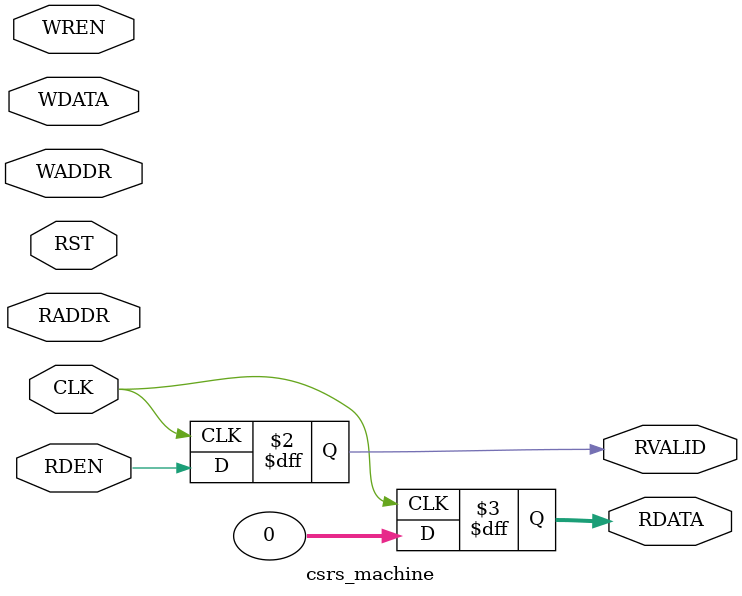
<source format=v>
module csrs_machine
    (
        /* ----- 制御 ----- */
        input wire CLK,
        input wire RST,

        /* ----- CSRアクセス ----- */
        // 読み
        input wire          RDEN,
        input wire  [11:0]  RADDR,
        output reg          RVALID,
        output reg  [31:0]  RDATA,

        // 書き
        input wire          WREN,
        input wire  [11:0]  WADDR,
        input wire  [31:0]  WDATA
    );

    // reg [31:0] csr [0:1023];

    always @ (posedge CLK) begin
        RVALID <= RDEN;
        RDATA <= 32'b0;
    end

endmodule

</source>
